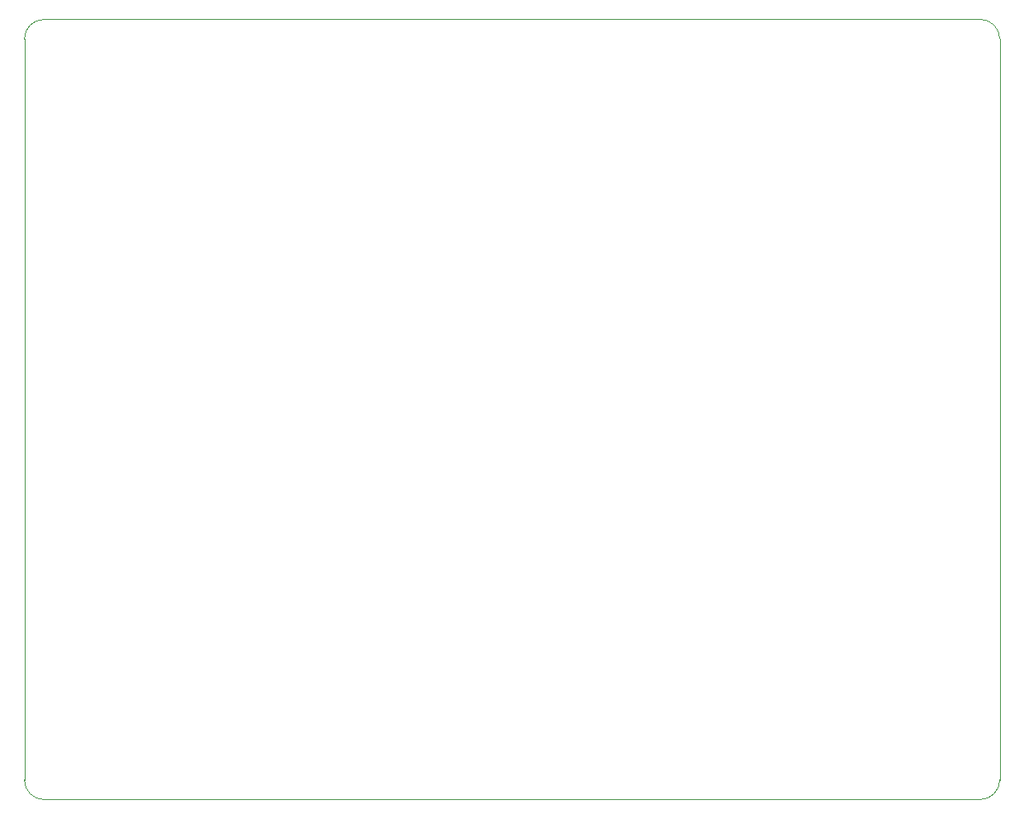
<source format=gbr>
G04 --- HEADER BEGIN --- *
%TF.GenerationSoftware,LibrePCB,LibrePCB,0.1.4-unstable*%
%TF.CreationDate,2020-02-26T00:12:38*%
%TF.ProjectId,Nixie Counter - default,cfaec193-39cb-4766-881d-db9368be8cff,v1.1*%
%TF.Part,Single*%
%FSLAX66Y66*%
%MOMM*%
G01*
G74*
G04 --- HEADER END --- *
G04 --- APERTURE LIST BEGIN --- *
%ADD10C,0.001*%
G04 --- APERTURE LIST END --- *
G04 --- BOARD BEGIN --- *
D10*
X2000000Y80000000D02*
X2000000Y80000000D01*
X98000000Y80000000D01*
G75*
G02*
X100000000Y78000000I0J-2000000D01*
G01*
X100000000Y2000000D01*
G02*
X98000000Y0I-2000000J0D01*
G01*
X2000000Y0D01*
G02*
X0Y2000000I0J2000000D01*
G01*
X0Y78000000D01*
G02*
X2000000Y80000000I2000000J0D01*
G01*
G04 --- BOARD END --- *
%TF.MD5,5676dd831d143a1d30509508b3830010*%
M02*

</source>
